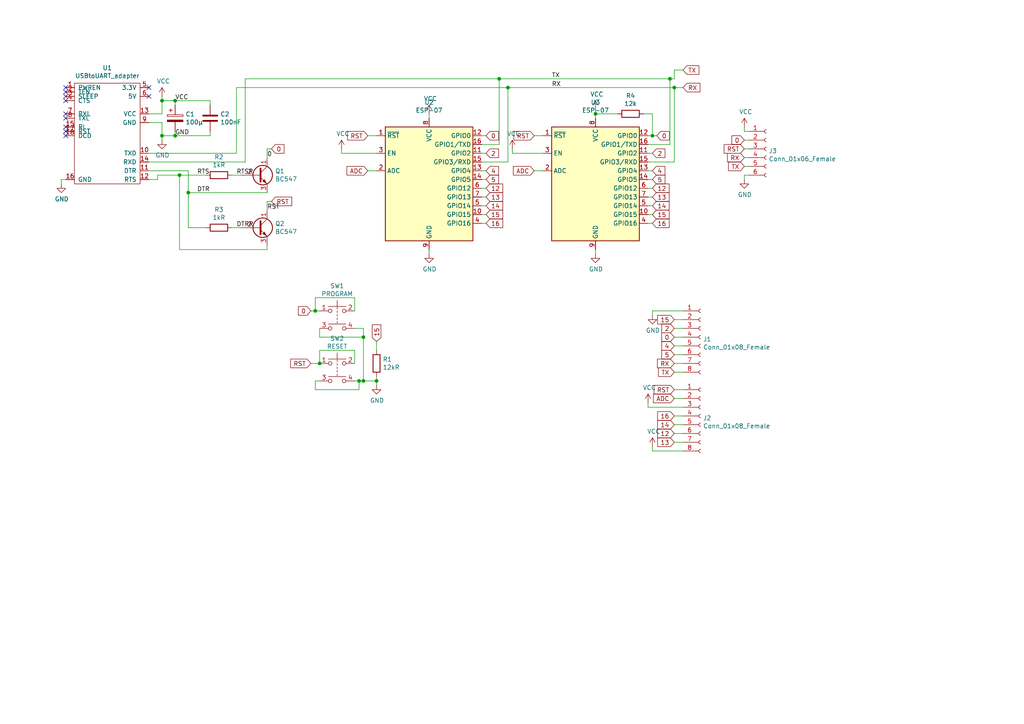
<source format=kicad_sch>
(kicad_sch (version 20211123) (generator eeschema)
  (paper "A4")
  (lib_symbols
    (symbol "Connector:Conn_01x06_Female" (pin_names (offset 1.016) hide)
      (property "Reference" "J" (at 0 7.62 0))
      (property "Value" "Conn_01x06_Female" (at 0 -10.16 0))
      (symbol "Conn_01x06_Female_1_1"
        (arc (start 0 -7.112) (mid -0.508 -7.62) (end 0 -8.128) (stroke (width 0.1524)))
        (arc (start 0 -4.572) (mid -0.508 -5.08) (end 0 -5.588) (stroke (width 0.1524)))
        (arc (start 0 -2.032) (mid -0.508 -2.54) (end 0 -3.048) (stroke (width 0.1524)))
        (polyline (pts (xy -1.27 -7.62) (xy -0.508 -7.62)) (stroke (width 0.1524)))
        (polyline (pts (xy -1.27 -5.08) (xy -0.508 -5.08)) (stroke (width 0.1524)))
        (polyline (pts (xy -1.27 -2.54) (xy -0.508 -2.54)) (stroke (width 0.1524)))
        (polyline (pts (xy -1.27 0) (xy -0.508 0)) (stroke (width 0.1524)))
        (polyline (pts (xy -1.27 2.54) (xy -0.508 2.54)) (stroke (width 0.1524)))
        (polyline (pts (xy -1.27 5.08) (xy -0.508 5.08)) (stroke (width 0.1524)))
        (arc (start 0 0.508) (mid -0.508 0) (end 0 -0.508) (stroke (width 0.1524)))
        (arc (start 0 3.048) (mid -0.508 2.54) (end 0 2.032) (stroke (width 0.1524)))
        (arc (start 0 5.588) (mid -0.508 5.08) (end 0 4.572) (stroke (width 0.1524)))
        (pin passive line (at -5.08 5.08 0) (length 3.81) (name "Pin_1") (number "1"))
        (pin passive line (at -5.08 2.54 0) (length 3.81) (name "Pin_2") (number "2"))
        (pin passive line (at -5.08 0 0) (length 3.81) (name "Pin_3") (number "3"))
        (pin passive line (at -5.08 -2.54 0) (length 3.81) (name "Pin_4") (number "4"))
        (pin passive line (at -5.08 -5.08 0) (length 3.81) (name "Pin_5") (number "5"))
        (pin passive line (at -5.08 -7.62 0) (length 3.81) (name "Pin_6") (number "6"))
      )
    )
    (symbol "Connector:Conn_01x08_Female" (pin_names (offset 1.016) hide)
      (property "Reference" "J" (at 0 10.16 0))
      (property "Value" "Conn_01x08_Female" (at 0 -12.7 0))
      (symbol "Conn_01x08_Female_1_1"
        (arc (start 0 -9.652) (mid -0.508 -10.16) (end 0 -10.668) (stroke (width 0.1524)))
        (arc (start 0 -7.112) (mid -0.508 -7.62) (end 0 -8.128) (stroke (width 0.1524)))
        (arc (start 0 -4.572) (mid -0.508 -5.08) (end 0 -5.588) (stroke (width 0.1524)))
        (arc (start 0 -2.032) (mid -0.508 -2.54) (end 0 -3.048) (stroke (width 0.1524)))
        (polyline (pts (xy -1.27 -10.16) (xy -0.508 -10.16)) (stroke (width 0.1524)))
        (polyline (pts (xy -1.27 -7.62) (xy -0.508 -7.62)) (stroke (width 0.1524)))
        (polyline (pts (xy -1.27 -5.08) (xy -0.508 -5.08)) (stroke (width 0.1524)))
        (polyline (pts (xy -1.27 -2.54) (xy -0.508 -2.54)) (stroke (width 0.1524)))
        (polyline (pts (xy -1.27 0) (xy -0.508 0)) (stroke (width 0.1524)))
        (polyline (pts (xy -1.27 2.54) (xy -0.508 2.54)) (stroke (width 0.1524)))
        (polyline (pts (xy -1.27 5.08) (xy -0.508 5.08)) (stroke (width 0.1524)))
        (polyline (pts (xy -1.27 7.62) (xy -0.508 7.62)) (stroke (width 0.1524)))
        (arc (start 0 0.508) (mid -0.508 0) (end 0 -0.508) (stroke (width 0.1524)))
        (arc (start 0 3.048) (mid -0.508 2.54) (end 0 2.032) (stroke (width 0.1524)))
        (arc (start 0 5.588) (mid -0.508 5.08) (end 0 4.572) (stroke (width 0.1524)))
        (arc (start 0 8.128) (mid -0.508 7.62) (end 0 7.112) (stroke (width 0.1524)))
        (pin passive line (at -5.08 7.62 0) (length 3.81) (name "Pin_1") (number "1"))
        (pin passive line (at -5.08 5.08 0) (length 3.81) (name "Pin_2") (number "2"))
        (pin passive line (at -5.08 2.54 0) (length 3.81) (name "Pin_3") (number "3"))
        (pin passive line (at -5.08 0 0) (length 3.81) (name "Pin_4") (number "4"))
        (pin passive line (at -5.08 -2.54 0) (length 3.81) (name "Pin_5") (number "5"))
        (pin passive line (at -5.08 -5.08 0) (length 3.81) (name "Pin_6") (number "6"))
        (pin passive line (at -5.08 -7.62 0) (length 3.81) (name "Pin_7") (number "7"))
        (pin passive line (at -5.08 -10.16 0) (length 3.81) (name "Pin_8") (number "8"))
      )
    )
    (symbol "Device:C" (pin_numbers hide) (pin_names (offset 0.254))
      (property "Reference" "C" (at 0.635 2.54 0))
      (property "Value" "C" (at 0.635 -2.54 0))
      (symbol "C_0_1"
        (polyline (pts (xy -2.032 -0.762) (xy 2.032 -0.762)) (stroke (width 0.508)))
        (polyline (pts (xy -2.032 0.762) (xy 2.032 0.762)) (stroke (width 0.508)))
      )
      (symbol "C_1_1"
        (pin passive line (at 0 3.81 270) (length 2.794) (name "~") (number "1"))
        (pin passive line (at 0 -3.81 90) (length 2.794) (name "~") (number "2"))
      )
    )
    (symbol "Device:R" (pin_numbers hide) (pin_names (offset 0))
      (property "Reference" "R" (at 2.032 0 90))
      (property "Value" "R" (at 0 0 90))
      (symbol "R_0_1"
        (rectangle (start -1.016 -2.54) (end 1.016 2.54) (stroke (width 0.254)))
      )
      (symbol "R_1_1"
        (pin passive line (at 0 3.81 270) (length 1.27) (name "~") (number "1"))
        (pin passive line (at 0 -3.81 90) (length 1.27) (name "~") (number "2"))
      )
    )
    (symbol "RF_Module:ESP-07"
      (property "Reference" "U" (at -12.7 19.05 0))
      (property "Value" "ESP-07" (at 12.7 19.05 0))
      (symbol "ESP-07_0_1"
        (rectangle (start -12.7 17.78) (end 12.7 -15.24) (stroke (width 0.254)) (fill (type background)))
      )
      (symbol "ESP-07_1_1"
        (pin input line (at -15.24 15.24 0) (length 2.54) (name "~{RST}") (number "1"))
        (pin bidirectional line (at 15.24 -7.62 180) (length 2.54) (name "GPIO15") (number "10"))
        (pin bidirectional line (at 15.24 10.16 180) (length 2.54) (name "GPIO2") (number "11"))
        (pin bidirectional line (at 15.24 15.24 180) (length 2.54) (name "GPIO0") (number "12"))
        (pin bidirectional line (at 15.24 5.08 180) (length 2.54) (name "GPIO4") (number "13"))
        (pin bidirectional line (at 15.24 2.54 180) (length 2.54) (name "GPIO5") (number "14"))
        (pin bidirectional line (at 15.24 7.62 180) (length 2.54) (name "GPIO3/RXD") (number "15"))
        (pin bidirectional line (at 15.24 12.7 180) (length 2.54) (name "GPIO1/TXD") (number "16"))
        (pin input line (at -15.24 5.08 0) (length 2.54) (name "ADC") (number "2"))
        (pin input line (at -15.24 10.16 0) (length 2.54) (name "EN") (number "3"))
        (pin bidirectional line (at 15.24 -10.16 180) (length 2.54) (name "GPIO16") (number "4"))
        (pin bidirectional line (at 15.24 -5.08 180) (length 2.54) (name "GPIO14") (number "5"))
        (pin bidirectional line (at 15.24 0 180) (length 2.54) (name "GPIO12") (number "6"))
        (pin bidirectional line (at 15.24 -2.54 180) (length 2.54) (name "GPIO13") (number "7"))
        (pin power_in line (at 0 20.32 270) (length 2.54) (name "VCC") (number "8"))
        (pin power_in line (at 0 -17.78 90) (length 2.54) (name "GND") (number "9"))
      )
    )
    (symbol "Switch:SW_Push_Dual" (pin_names (offset 1.016) hide)
      (property "Reference" "SW" (at 1.27 2.54 0))
      (property "Value" "SW_Push_Dual" (at 0 -6.858 0))
      (symbol "SW_Push_Dual_0_1"
        (circle (center -2.032 -5.08) (radius 0.508))
        (circle (center -2.032 0) (radius 0.508))
        (polyline (pts (xy 0 -3.048) (xy 0 -3.556)))
        (polyline (pts (xy 0 -2.032) (xy 0 -2.54)))
        (polyline (pts (xy 0 -1.524) (xy 0 -1.016)))
        (polyline (pts (xy 0 -0.508) (xy 0 0)))
        (polyline (pts (xy 0 0.508) (xy 0 1.016)))
        (polyline (pts (xy 0 1.27) (xy 0 3.048)))
        (polyline (pts (xy 2.54 -3.81) (xy -2.54 -3.81)))
        (polyline (pts (xy 2.54 1.27) (xy -2.54 1.27)))
        (circle (center 2.032 -5.08) (radius 0.508))
        (circle (center 2.032 0) (radius 0.508))
        (pin passive line (at -5.08 0 0) (length 2.54) (name "1") (number "1"))
        (pin passive line (at 5.08 0 180) (length 2.54) (name "2") (number "2"))
        (pin passive line (at -5.08 -5.08 0) (length 2.54) (name "3") (number "3"))
        (pin passive line (at 5.08 -5.08 180) (length 2.54) (name "4") (number "4"))
      )
    )
    (symbol "Transistor_BJT:BC547" (pin_names (offset 0) hide)
      (property "Reference" "Q" (at 5.08 1.905 0))
      (property "Value" "BC547" (at 5.08 0 0))
      (symbol "BC547_0_1"
        (polyline (pts (xy 0 0) (xy 0.635 0)))
        (polyline (pts (xy 0.635 0.635) (xy 2.54 2.54)))
        (polyline (pts (xy 0.635 -0.635) (xy 2.54 -2.54) (xy 2.54 -2.54)))
        (polyline (pts (xy 0.635 1.905) (xy 0.635 -1.905) (xy 0.635 -1.905)) (stroke (width 0.508)))
        (polyline (pts (xy 1.27 -1.778) (xy 1.778 -1.27) (xy 2.286 -2.286) (xy 1.27 -1.778) (xy 1.27 -1.778)) (fill (type outline)))
        (circle (center 1.27 0) (radius 2.8194) (stroke (width 0.254)))
      )
      (symbol "BC547_1_1"
        (pin passive line (at 2.54 5.08 270) (length 2.54) (name "C") (number "1"))
        (pin input line (at -5.08 0 0) (length 5.08) (name "B") (number "2"))
        (pin passive line (at 2.54 -5.08 90) (length 2.54) (name "E") (number "3"))
      )
    )
    (symbol "UARTtoESP-rescue:CP-Device" (pin_numbers hide) (pin_names (offset 0.254))
      (property "Reference" "C" (at 0.635 2.54 0))
      (property "Value" "CP-Device" (at 0.635 -2.54 0))
      (symbol "CP-Device_0_1"
        (rectangle (start -2.286 0.508) (end 2.286 1.016))
        (polyline (pts (xy -1.778 2.286) (xy -0.762 2.286)))
        (polyline (pts (xy -1.27 2.794) (xy -1.27 1.778)))
        (rectangle (start 2.286 -0.508) (end -2.286 -1.016) (fill (type outline)))
      )
      (symbol "CP-Device_1_1"
        (pin passive line (at 0 3.81 270) (length 2.794) (name "~") (number "1"))
        (pin passive line (at 0 -3.81 90) (length 2.794) (name "~") (number "2"))
      )
    )
    (symbol "UARTtoESP-rescue:USBtoUART_adapter-USBtoUART_USBtoTTL_FT232RL" (pin_names (offset 1.016))
      (property "Reference" "U" (at -8.89 15.24 0))
      (property "Value" "USBtoUART_adapter-USBtoUART_USBtoTTL_FT232RL" (at 0 -3.81 90))
      (symbol "USBtoUART_adapter-USBtoUART_USBtoTTL_FT232RL_0_1"
        (rectangle (start -8.89 13.97) (end 10.16 -15.24))
      )
      (symbol "USBtoUART_adapter-USBtoUART_USBtoTTL_FT232RL_1_1"
        (pin bidirectional line (at -11.43 12.7 0) (length 2.54) (name "PWREN") (number "1"))
        (pin output line (at 12.7 -6.35 180) (length 2.54) (name "TXD") (number "10"))
        (pin output line (at 12.7 -11.43 180) (length 2.54) (name "DTR") (number "11"))
        (pin output line (at 12.7 -13.97 180) (length 2.54) (name "RTS") (number "12"))
        (pin power_out line (at 12.7 5.08 180) (length 2.54) (name "VCC") (number "13"))
        (pin input line (at 12.7 -8.89 180) (length 2.54) (name "RXD") (number "14"))
        (pin bidirectional line (at -11.43 1.27 0) (length 2.54) (name "RI") (number "15"))
        (pin power_out line (at -11.43 -13.97 0) (length 2.54) (name "GND") (number "16"))
        (pin bidirectional line (at -11.43 0 0) (length 2.54) (name "RST") (number "17"))
        (pin bidirectional line (at -11.43 -1.27 0) (length 2.54) (name "DCD") (number "18"))
        (pin bidirectional line (at -11.43 11.43 0) (length 2.54) (name "TEN") (number "2"))
        (pin bidirectional line (at -11.43 10.16 0) (length 2.54) (name "SLEEP") (number "3"))
        (pin bidirectional line (at -11.43 8.89 0) (length 2.54) (name "CTS") (number "4"))
        (pin power_out line (at 12.7 12.7 180) (length 2.54) (name "3.3V") (number "5"))
        (pin power_out line (at 12.7 10.16 180) (length 2.54) (name "5V") (number "6"))
        (pin input line (at -11.43 5.08 0) (length 2.54) (name "RXL") (number "7"))
        (pin output line (at -11.43 3.81 0) (length 2.54) (name "TXL") (number "8"))
        (pin power_out line (at 12.7 2.54 180) (length 2.54) (name "GND") (number "9"))
      )
    )
    (symbol "power:GND" (power) (pin_names (offset 0))
      (property "Value" "GND" (at 0 -3.81 0))
      (symbol "GND_0_1"
        (polyline (pts (xy 0 0) (xy 0 -1.27) (xy 1.27 -1.27) (xy 0 -2.54) (xy -1.27 -1.27) (xy 0 -1.27)))
      )
      (symbol "GND_1_1"
        (pin power_in line (at 0 0 270) (length 0) hide (name "GND") (number "1"))
      )
    )
    (symbol "power:VCC" (power) (pin_names (offset 0))
      (property "Value" "VCC" (at 0 3.81 0))
      (symbol "VCC_0_1"
        (polyline (pts (xy -0.762 1.27) (xy 0 2.54)))
        (polyline (pts (xy 0 0) (xy 0 2.54)))
        (polyline (pts (xy 0 2.54) (xy 0.762 1.27)))
      )
      (symbol "VCC_1_1"
        (pin power_in line (at 0 0 90) (length 0) hide (name "VCC") (number "1"))
      )
    )
  )
  (junction (at 92.71 105.41))
  (junction (at 109.22 110.49))
  (junction (at 50.8 29.21))
  (junction (at 91.44 90.17))
  (junction (at 105.41 110.49))
  (junction (at 46.99 39.37))
  (junction (at 144.78 22.86))
  (junction (at 189.23 39.37))
  (junction (at 172.72 33.02))
  (junction (at 54.61 55.88))
  (junction (at 50.8 39.37))
  (junction (at 104.14 110.49))
  (junction (at 195.58 25.4))
  (junction (at 147.32 25.4))
  (junction (at 52.07 50.8))
  (junction (at 194.31 22.86))
  (junction (at 46.99 29.21))
  (junction (at 105.41 97.79))
  (no_connect (at 43.18 25.4))
  (no_connect (at 43.18 27.94))
  (no_connect (at 19.05 33.02))
  (no_connect (at 19.05 26.67))
  (no_connect (at 19.05 27.94))
  (no_connect (at 19.05 34.29))
  (no_connect (at 19.05 39.37))
  (no_connect (at 19.05 29.21))
  (no_connect (at 19.05 38.1))
  (no_connect (at 19.05 36.83))
  (no_connect (at 19.05 25.4))
  (wire (pts (xy 92.71 97.79) (xy 105.41 97.79)))
  (wire (pts (xy 46.99 29.21) (xy 46.99 33.02)))
  (wire (pts (xy 195.58 25.4) (xy 195.58 46.99)))
  (wire (pts (xy 139.7 46.99) (xy 147.32 46.99)))
  (wire (pts (xy 139.7 54.61) (xy 140.97 54.61)))
  (wire (pts (xy 46.99 27.94) (xy 46.99 29.21)))
  (wire (pts (xy 139.7 39.37) (xy 140.97 39.37)))
  (wire (pts (xy 43.18 44.45) (xy 68.58 44.45)))
  (wire (pts (xy 215.9 45.72) (xy 217.17 45.72)))
  (wire (pts (xy 215.9 50.8) (xy 215.9 52.07)))
  (wire (pts (xy 139.7 44.45) (xy 140.97 44.45)))
  (wire (pts (xy 50.8 29.21) (xy 60.96 29.21)))
  (wire (pts (xy 139.7 49.53) (xy 140.97 49.53)))
  (wire (pts (xy 187.96 62.23) (xy 189.23 62.23)))
  (wire (pts (xy 43.18 46.99) (xy 71.12 46.99)))
  (wire (pts (xy 139.7 52.07) (xy 140.97 52.07)))
  (wire (pts (xy 195.58 120.65) (xy 198.12 120.65)))
  (wire (pts (xy 91.44 110.49) (xy 92.71 110.49)))
  (wire (pts (xy 189.23 33.02) (xy 189.23 39.37)))
  (wire (pts (xy 52.07 50.8) (xy 52.07 72.39)))
  (wire (pts (xy 172.72 31.75) (xy 172.72 33.02)))
  (wire (pts (xy 43.18 35.56) (xy 46.99 35.56)))
  (wire (pts (xy 59.69 50.8) (xy 52.07 50.8)))
  (wire (pts (xy 102.87 105.41) (xy 102.87 101.6)))
  (wire (pts (xy 187.96 39.37) (xy 189.23 39.37)))
  (wire (pts (xy 124.46 34.29) (xy 124.46 33.02)))
  (wire (pts (xy 52.07 72.39) (xy 77.47 72.39)))
  (wire (pts (xy 215.9 43.18) (xy 217.17 43.18)))
  (wire (pts (xy 67.31 50.8) (xy 69.85 50.8)))
  (wire (pts (xy 104.14 110.49) (xy 104.14 113.03)))
  (wire (pts (xy 52.07 50.8) (xy 45.72 50.8)))
  (wire (pts (xy 195.58 95.25) (xy 198.12 95.25)))
  (wire (pts (xy 109.22 99.06) (xy 109.22 101.6)))
  (wire (pts (xy 104.14 110.49) (xy 105.41 110.49)))
  (wire (pts (xy 154.94 39.37) (xy 157.48 39.37)))
  (wire (pts (xy 147.32 25.4) (xy 195.58 25.4)))
  (wire (pts (xy 105.41 95.25) (xy 105.41 97.79)))
  (wire (pts (xy 189.23 90.17) (xy 198.12 90.17)))
  (wire (pts (xy 60.96 38.1) (xy 60.96 39.37)))
  (wire (pts (xy 198.12 20.32) (xy 195.58 20.32)))
  (wire (pts (xy 77.47 43.18) (xy 78.74 43.18)))
  (wire (pts (xy 45.72 52.07) (xy 43.18 52.07)))
  (wire (pts (xy 109.22 109.22) (xy 109.22 110.49)))
  (wire (pts (xy 187.96 64.77) (xy 189.23 64.77)))
  (wire (pts (xy 147.32 46.99) (xy 147.32 25.4)))
  (wire (pts (xy 179.07 33.02) (xy 172.72 33.02)))
  (wire (pts (xy 144.78 41.91) (xy 139.7 41.91)))
  (wire (pts (xy 46.99 29.21) (xy 50.8 29.21)))
  (wire (pts (xy 195.58 125.73) (xy 198.12 125.73)))
  (wire (pts (xy 54.61 55.88) (xy 54.61 66.04)))
  (wire (pts (xy 187.96 59.69) (xy 189.23 59.69)))
  (wire (pts (xy 45.72 50.8) (xy 45.72 52.07)))
  (wire (pts (xy 215.9 38.1) (xy 217.17 38.1)))
  (wire (pts (xy 106.68 49.53) (xy 109.22 49.53)))
  (wire (pts (xy 139.7 62.23) (xy 140.97 62.23)))
  (wire (pts (xy 187.96 41.91) (xy 194.31 41.91)))
  (wire (pts (xy 77.47 43.18) (xy 77.47 45.72)))
  (wire (pts (xy 92.71 101.6) (xy 92.71 105.41)))
  (wire (pts (xy 195.58 105.41) (xy 198.12 105.41)))
  (wire (pts (xy 104.14 113.03) (xy 91.44 113.03)))
  (wire (pts (xy 102.87 110.49) (xy 104.14 110.49)))
  (wire (pts (xy 195.58 113.03) (xy 198.12 113.03)))
  (wire (pts (xy 105.41 110.49) (xy 109.22 110.49)))
  (wire (pts (xy 217.17 50.8) (xy 215.9 50.8)))
  (wire (pts (xy 102.87 101.6) (xy 92.71 101.6)))
  (wire (pts (xy 187.96 57.15) (xy 189.23 57.15)))
  (wire (pts (xy 68.58 25.4) (xy 68.58 44.45)))
  (wire (pts (xy 154.94 49.53) (xy 157.48 49.53)))
  (wire (pts (xy 148.59 44.45) (xy 148.59 43.18)))
  (wire (pts (xy 195.58 123.19) (xy 198.12 123.19)))
  (wire (pts (xy 54.61 49.53) (xy 43.18 49.53)))
  (wire (pts (xy 139.7 64.77) (xy 140.97 64.77)))
  (wire (pts (xy 109.22 110.49) (xy 109.22 111.76)))
  (wire (pts (xy 99.06 44.45) (xy 109.22 44.45)))
  (wire (pts (xy 147.32 25.4) (xy 68.58 25.4)))
  (wire (pts (xy 187.96 46.99) (xy 195.58 46.99)))
  (wire (pts (xy 187.96 52.07) (xy 189.23 52.07)))
  (wire (pts (xy 17.78 52.07) (xy 17.78 53.34)))
  (wire (pts (xy 77.47 55.88) (xy 54.61 55.88)))
  (wire (pts (xy 195.58 115.57) (xy 198.12 115.57)))
  (wire (pts (xy 187.96 49.53) (xy 189.23 49.53)))
  (wire (pts (xy 198.12 100.33) (xy 195.58 100.33)))
  (wire (pts (xy 91.44 113.03) (xy 91.44 110.49)))
  (wire (pts (xy 77.47 58.42) (xy 78.74 58.42)))
  (wire (pts (xy 46.99 39.37) (xy 46.99 40.64)))
  (wire (pts (xy 195.58 92.71) (xy 198.12 92.71)))
  (wire (pts (xy 195.58 25.4) (xy 198.12 25.4)))
  (wire (pts (xy 195.58 107.95) (xy 198.12 107.95)))
  (wire (pts (xy 46.99 39.37) (xy 46.99 35.56)))
  (wire (pts (xy 92.71 95.25) (xy 92.71 97.79)))
  (wire (pts (xy 17.78 52.07) (xy 19.05 52.07)))
  (wire (pts (xy 215.9 48.26) (xy 217.17 48.26)))
  (wire (pts (xy 144.78 22.86) (xy 71.12 22.86)))
  (wire (pts (xy 106.68 39.37) (xy 109.22 39.37)))
  (wire (pts (xy 105.41 95.25) (xy 102.87 95.25)))
  (wire (pts (xy 77.47 72.39) (xy 77.47 71.12)))
  (wire (pts (xy 77.47 58.42) (xy 77.47 60.96)))
  (wire (pts (xy 60.96 29.21) (xy 60.96 30.48)))
  (wire (pts (xy 91.44 90.17) (xy 92.71 90.17)))
  (wire (pts (xy 189.23 90.17) (xy 189.23 91.44)))
  (wire (pts (xy 186.69 33.02) (xy 189.23 33.02)))
  (wire (pts (xy 50.8 39.37) (xy 60.96 39.37)))
  (wire (pts (xy 187.96 44.45) (xy 189.23 44.45)))
  (wire (pts (xy 194.31 22.86) (xy 194.31 41.91)))
  (wire (pts (xy 189.23 130.81) (xy 189.23 129.54)))
  (wire (pts (xy 187.96 118.11) (xy 187.96 116.84)))
  (wire (pts (xy 139.7 57.15) (xy 140.97 57.15)))
  (wire (pts (xy 50.8 30.48) (xy 50.8 29.21)))
  (wire (pts (xy 189.23 39.37) (xy 190.5 39.37)))
  (wire (pts (xy 195.58 97.79) (xy 198.12 97.79)))
  (wire (pts (xy 50.8 39.37) (xy 46.99 39.37)))
  (wire (pts (xy 187.96 118.11) (xy 198.12 118.11)))
  (wire (pts (xy 172.72 33.02) (xy 172.72 34.29)))
  (wire (pts (xy 139.7 59.69) (xy 140.97 59.69)))
  (wire (pts (xy 90.17 90.17) (xy 91.44 90.17)))
  (wire (pts (xy 195.58 102.87) (xy 198.12 102.87)))
  (wire (pts (xy 144.78 22.86) (xy 144.78 41.91)))
  (wire (pts (xy 215.9 38.1) (xy 215.9 36.83)))
  (wire (pts (xy 195.58 128.27) (xy 198.12 128.27)))
  (wire (pts (xy 67.31 66.04) (xy 69.85 66.04)))
  (wire (pts (xy 54.61 55.88) (xy 54.61 49.53)))
  (wire (pts (xy 189.23 130.81) (xy 198.12 130.81)))
  (wire (pts (xy 71.12 22.86) (xy 71.12 46.99)))
  (wire (pts (xy 144.78 22.86) (xy 194.31 22.86)))
  (wire (pts (xy 172.72 72.39) (xy 172.72 73.66)))
  (wire (pts (xy 187.96 54.61) (xy 189.23 54.61)))
  (wire (pts (xy 194.31 22.86) (xy 195.58 22.86)))
  (wire (pts (xy 105.41 97.79) (xy 105.41 110.49)))
  (wire (pts (xy 43.18 33.02) (xy 46.99 33.02)))
  (wire (pts (xy 90.17 105.41) (xy 92.71 105.41)))
  (wire (pts (xy 91.44 86.36) (xy 102.87 86.36)))
  (wire (pts (xy 102.87 86.36) (xy 102.87 90.17)))
  (wire (pts (xy 124.46 72.39) (xy 124.46 73.66)))
  (wire (pts (xy 91.44 90.17) (xy 91.44 86.36)))
  (wire (pts (xy 50.8 38.1) (xy 50.8 39.37)))
  (wire (pts (xy 195.58 20.32) (xy 195.58 22.86)))
  (wire (pts (xy 99.06 44.45) (xy 99.06 43.18)))
  (wire (pts (xy 148.59 44.45) (xy 157.48 44.45)))
  (wire (pts (xy 54.61 66.04) (xy 59.69 66.04)))
  (wire (pts (xy 215.9 40.64) (xy 217.17 40.64)))
  (label "RTSR" (at 68.58 50.8 0))
  (label "RX" (at 160.02 25.4 0))
  (label "VCC" (at 50.8 29.21 0))
  (label "RTS" (at 57.15 50.8 0))
  (label "DTRR" (at 68.58 66.04 0))
  (label "RST" (at 77.47 60.96 0))
  (label "TX" (at 160.02 22.86 0))
  (label "GND" (at 50.8 39.37 0))
  (label "DTR" (at 57.15 55.88 0))
  (label "0" (at 77.47 45.72 0))
  (global_label "0" (shape input) (at 215.9 40.64 180) (property "Intersheet References" "${INTERSHEET_REFS}" (effects hide)))
  (global_label "RST" (shape input) (at 215.9 43.18 180) (property "Intersheet References" "${INTERSHEET_REFS}" (effects hide)))
  (global_label "2" (shape input) (at 195.58 95.25 180) (property "Intersheet References" "${INTERSHEET_REFS}" (effects hide)))
  (global_label "RX" (shape input) (at 198.12 25.4 0) (property "Intersheet References" "${INTERSHEET_REFS}" (effects hide)))
  (global_label "12" (shape input) (at 189.23 54.61 0) (property "Intersheet References" "${INTERSHEET_REFS}" (effects hide)))
  (global_label "12" (shape input) (at 195.58 125.73 180) (property "Intersheet References" "${INTERSHEET_REFS}" (effects hide)))
  (global_label "14" (shape input) (at 189.23 59.69 0) (property "Intersheet References" "${INTERSHEET_REFS}" (effects hide)))
  (global_label "2" (shape input) (at 140.97 44.45 0) (property "Intersheet References" "${INTERSHEET_REFS}" (effects hide)))
  (global_label "RST" (shape input) (at 106.68 39.37 180) (property "Intersheet References" "${INTERSHEET_REFS}" (effects hide)))
  (global_label "15" (shape input) (at 189.23 62.23 0) (property "Intersheet References" "${INTERSHEET_REFS}" (effects hide)))
  (global_label "RST" (shape input) (at 90.17 105.41 180) (property "Intersheet References" "${INTERSHEET_REFS}" (effects hide)))
  (global_label "RST" (shape input) (at 78.74 58.42 0) (property "Intersheet References" "${INTERSHEET_REFS}" (effects hide)))
  (global_label "15" (shape input) (at 140.97 62.23 0) (property "Intersheet References" "${INTERSHEET_REFS}" (effects hide)))
  (global_label "16" (shape input) (at 140.97 64.77 0) (property "Intersheet References" "${INTERSHEET_REFS}" (effects hide)))
  (global_label "15" (shape input) (at 195.58 92.71 180) (property "Intersheet References" "${INTERSHEET_REFS}" (effects hide)))
  (global_label "16" (shape input) (at 195.58 120.65 180) (property "Intersheet References" "${INTERSHEET_REFS}" (effects hide)))
  (global_label "13" (shape input) (at 140.97 57.15 0) (property "Intersheet References" "${INTERSHEET_REFS}" (effects hide)))
  (global_label "16" (shape input) (at 189.23 64.77 0) (property "Intersheet References" "${INTERSHEET_REFS}" (effects hide)))
  (global_label "5" (shape input) (at 189.23 52.07 0) (property "Intersheet References" "${INTERSHEET_REFS}" (effects hide)))
  (global_label "0" (shape input) (at 190.5 39.37 0) (property "Intersheet References" "${INTERSHEET_REFS}" (effects hide)))
  (global_label "4" (shape input) (at 189.23 49.53 0) (property "Intersheet References" "${INTERSHEET_REFS}" (effects hide)))
  (global_label "TX" (shape input) (at 215.9 48.26 180) (property "Intersheet References" "${INTERSHEET_REFS}" (effects hide)))
  (global_label "15" (shape input) (at 109.22 99.06 90) (property "Intersheet References" "${INTERSHEET_REFS}" (effects hide)))
  (global_label "13" (shape input) (at 195.58 128.27 180) (property "Intersheet References" "${INTERSHEET_REFS}" (effects hide)))
  (global_label "TX" (shape input) (at 195.58 107.95 180) (property "Intersheet References" "${INTERSHEET_REFS}" (effects hide)))
  (global_label "ADC" (shape input) (at 195.58 115.57 180) (property "Intersheet References" "${INTERSHEET_REFS}" (effects hide)))
  (global_label "4" (shape input) (at 195.58 100.33 180) (property "Intersheet References" "${INTERSHEET_REFS}" (effects hide)))
  (global_label "0" (shape input) (at 195.58 97.79 180) (property "Intersheet References" "${INTERSHEET_REFS}" (effects hide)))
  (global_label "RST" (shape input) (at 154.94 39.37 180) (property "Intersheet References" "${INTERSHEET_REFS}" (effects hide)))
  (global_label "13" (shape input) (at 189.23 57.15 0) (property "Intersheet References" "${INTERSHEET_REFS}" (effects hide)))
  (global_label "12" (shape input) (at 140.97 54.61 0) (property "Intersheet References" "${INTERSHEET_REFS}" (effects hide)))
  (global_label "0" (shape input) (at 78.74 43.18 0) (property "Intersheet References" "${INTERSHEET_REFS}" (effects hide)))
  (global_label "ADC" (shape input) (at 106.68 49.53 180) (property "Intersheet References" "${INTERSHEET_REFS}" (effects hide)))
  (global_label "2" (shape input) (at 189.23 44.45 0) (property "Intersheet References" "${INTERSHEET_REFS}" (effects hide)))
  (global_label "5" (shape input) (at 140.97 52.07 0) (property "Intersheet References" "${INTERSHEET_REFS}" (effects hide)))
  (global_label "RST" (shape input) (at 195.58 113.03 180) (property "Intersheet References" "${INTERSHEET_REFS}" (effects hide)))
  (global_label "4" (shape input) (at 140.97 49.53 0) (property "Intersheet References" "${INTERSHEET_REFS}" (effects hide)))
  (global_label "0" (shape input) (at 90.17 90.17 180) (property "Intersheet References" "${INTERSHEET_REFS}" (effects hide)))
  (global_label "RX" (shape input) (at 195.58 105.41 180) (property "Intersheet References" "${INTERSHEET_REFS}" (effects hide)))
  (global_label "ADC" (shape input) (at 154.94 49.53 180) (property "Intersheet References" "${INTERSHEET_REFS}" (effects hide)))
  (global_label "TX" (shape input) (at 198.12 20.32 0) (property "Intersheet References" "${INTERSHEET_REFS}" (effects hide)))
  (global_label "5" (shape input) (at 195.58 102.87 180) (property "Intersheet References" "${INTERSHEET_REFS}" (effects hide)))
  (global_label "RX" (shape input) (at 215.9 45.72 180) (property "Intersheet References" "${INTERSHEET_REFS}" (effects hide)))
  (global_label "14" (shape input) (at 140.97 59.69 0) (property "Intersheet References" "${INTERSHEET_REFS}" (effects hide)))
  (global_label "14" (shape input) (at 195.58 123.19 180) (property "Intersheet References" "${INTERSHEET_REFS}" (effects hide)))
  (global_label "0" (shape input) (at 140.97 39.37 0) (property "Intersheet References" "${INTERSHEET_REFS}" (effects hide)))
  (symbol (lib_id "RF_Module:ESP-07") (at 172.72 54.61 0) (unit 1)
    (property "Reference" "U3" (at 172.72 29.6926 0))
    (property "Value" "ESP-07" (at 172.72 32.004 0))
    (property "Footprint" "ESP8266:ESP-07_tht" (effects hide))
    (property "Datasheet" "http://wiki.ai-thinker.com/_media/esp8266/esp8266_series_modules_user_manual_v1.1.pdf" (effects hide))
  )
  (symbol (lib_id "RF_Module:ESP-07") (at 124.46 54.61 0) (unit 1)
    (property "Reference" "U2" (at 124.46 29.6926 0))
    (property "Value" "ESP-07" (at 124.46 32.004 0))
    (property "Footprint" "ESP8266:ESP-07_tht" (effects hide))
    (property "Datasheet" "http://wiki.ai-thinker.com/_media/esp8266/esp8266_series_modules_user_manual_v1.1.pdf" (effects hide))
  )
  (symbol (lib_id "UARTtoESP-rescue:USBtoUART_adapter-USBtoUART_USBtoTTL_FT232RL") (at 30.48 38.1 0) (unit 1)
    (property "Reference" "U1" (at 31.115 19.685 0))
    (property "Value" "USBtoUART_adapter" (at 31.115 21.9964 0))
    (property "Footprint" "USBtoUART_USBtoTTL_FT232RL:USBtoUART_USBtoTTL_FT232rl" (effects hide))
  )
  (symbol (lib_id "power:GND") (at 46.99 40.64 0) (unit 1)
    (property "Reference" "#PWR0101" (effects hide))
    (property "Value" "GND" (at 47.117 45.0342 0))
  )
  (symbol (lib_id "power:VCC") (at 46.99 27.94 0) (unit 1)
    (property "Reference" "#PWR0102" (effects hide))
    (property "Value" "VCC" (at 47.371 23.5458 0))
  )
  (symbol (lib_id "power:GND") (at 124.46 73.66 0) (unit 1)
    (property "Reference" "#PWR0103" (effects hide))
    (property "Value" "GND" (at 124.587 78.0542 0))
  )
  (symbol (lib_id "power:GND") (at 172.72 73.66 0) (unit 1)
    (property "Reference" "#PWR0104" (effects hide))
    (property "Value" "GND" (at 172.847 78.0542 0))
  )
  (symbol (lib_id "power:GND") (at 215.9 52.07 0) (unit 1)
    (property "Reference" "#PWR0105" (effects hide))
    (property "Value" "GND" (at 216.027 56.4642 0))
  )
  (symbol (lib_id "power:VCC") (at 124.46 33.02 0) (unit 1)
    (property "Reference" "#PWR0106" (effects hide))
    (property "Value" "VCC" (at 124.841 28.6258 0))
  )
  (symbol (lib_id "power:VCC") (at 172.72 31.75 0) (unit 1)
    (property "Reference" "#PWR0107" (effects hide))
    (property "Value" "VCC" (at 173.101 27.3558 0))
  )
  (symbol (lib_id "power:VCC") (at 215.9 36.83 0) (unit 1)
    (property "Reference" "#PWR0108" (effects hide))
    (property "Value" "VCC" (at 216.281 32.4358 0))
  )
  (symbol (lib_id "Connector:Conn_01x08_Female") (at 203.2 97.79 0) (unit 1)
    (property "Reference" "J1" (at 203.9112 98.3996 0) (effects (justify left)))
    (property "Value" "Conn_01x08_Female" (at 203.9112 100.711 0) (effects (justify left)))
    (property "Footprint" "Connector_PinHeader_2.54mm:PinHeader_1x08_P2.54mm_Vertical" (effects hide))
  )
  (symbol (lib_id "Connector:Conn_01x08_Female") (at 203.2 120.65 0) (unit 1)
    (property "Reference" "J2" (at 203.9112 121.2596 0) (effects (justify left)))
    (property "Value" "Conn_01x08_Female" (at 203.9112 123.571 0) (effects (justify left)))
    (property "Footprint" "Connector_PinHeader_2.54mm:PinHeader_1x08_P2.54mm_Vertical" (effects hide))
  )
  (symbol (lib_id "power:GND") (at 189.23 91.44 0) (unit 1)
    (property "Reference" "#PWR0109" (effects hide))
    (property "Value" "GND" (at 189.357 95.8342 0))
  )
  (symbol (lib_id "power:VCC") (at 189.23 129.54 0) (unit 1)
    (property "Reference" "#PWR0110" (effects hide))
    (property "Value" "VCC" (at 189.611 125.1458 0))
  )
  (symbol (lib_id "Device:C") (at 60.96 34.29 0) (unit 1)
    (property "Reference" "C2" (at 63.881 33.1216 0) (effects (justify left)))
    (property "Value" "100nF" (at 63.881 35.433 0) (effects (justify left)))
    (property "Footprint" "Capacitor_THT:C_Rect_L7.0mm_W2.0mm_P5.00mm" (effects hide))
  )
  (symbol (lib_id "Transistor_BJT:BC547") (at 74.93 50.8 0) (unit 1)
    (property "Reference" "Q1" (at 79.7814 49.6316 0) (effects (justify left)))
    (property "Value" "BC547" (at 79.7814 51.943 0) (effects (justify left)))
    (property "Footprint" "Package_TO_SOT_THT:TO-92_Inline" (effects hide))
    (property "Datasheet" "http://www.fairchildsemi.com/ds/BC/BC547.pdf" (effects hide))
  )
  (symbol (lib_id "Transistor_BJT:BC547") (at 74.93 66.04 0) (unit 1)
    (property "Reference" "Q2" (at 79.7814 64.8716 0) (effects (justify left)))
    (property "Value" "BC547" (at 79.7814 67.183 0) (effects (justify left)))
    (property "Footprint" "Package_TO_SOT_THT:TO-92_Inline" (effects hide))
    (property "Datasheet" "http://www.fairchildsemi.com/ds/BC/BC547.pdf" (effects hide))
  )
  (symbol (lib_id "power:VCC") (at 99.06 43.18 0) (unit 1)
    (property "Reference" "#PWR0111" (effects hide))
    (property "Value" "VCC" (at 99.441 38.7858 0))
  )
  (symbol (lib_id "power:GND") (at 109.22 111.76 0) (unit 1)
    (property "Reference" "#PWR0112" (effects hide))
    (property "Value" "GND" (at 109.347 116.1542 0))
  )
  (symbol (lib_id "Device:R") (at 109.22 105.41 0) (unit 1)
    (property "Reference" "R1" (at 110.998 104.2416 0) (effects (justify left)))
    (property "Value" "12kR" (at 110.998 106.553 0) (effects (justify left)))
    (property "Footprint" "Resistor_THT:R_Axial_DIN0207_L6.3mm_D2.5mm_P10.16mm_Horizontal" (effects hide))
  )
  (symbol (lib_id "Device:R") (at 63.5 50.8 270) (unit 1)
    (property "Reference" "R2" (at 63.5 45.5422 90))
    (property "Value" "1kR" (at 63.5 47.8536 90))
    (property "Footprint" "Resistor_THT:R_Axial_DIN0207_L6.3mm_D2.5mm_P10.16mm_Horizontal" (effects hide))
  )
  (symbol (lib_id "Device:R") (at 63.5 66.04 270) (unit 1)
    (property "Reference" "R3" (at 63.5 60.7822 90))
    (property "Value" "1kR" (at 63.5 63.0936 90))
    (property "Footprint" "Resistor_THT:R_Axial_DIN0207_L6.3mm_D2.5mm_P10.16mm_Horizontal" (effects hide))
  )
  (symbol (lib_id "power:VCC") (at 148.59 43.18 0) (unit 1)
    (property "Reference" "#PWR0114" (effects hide))
    (property "Value" "VCC" (at 148.971 38.7858 0))
  )
  (symbol (lib_id "Switch:SW_Push_Dual") (at 97.79 90.17 0) (unit 1)
    (property "Reference" "SW1" (at 97.79 82.931 0))
    (property "Value" "PROGRAM" (at 97.79 85.2424 0))
    (property "Footprint" "Button_Switch_THT:SW_TH_Tactile_Omron_B3F-10xx" (effects hide))
  )
  (symbol (lib_id "Switch:SW_Push_Dual") (at 97.79 105.41 0) (unit 1)
    (property "Reference" "SW2" (at 97.79 98.171 0))
    (property "Value" "RESET" (at 97.79 100.4824 0))
    (property "Footprint" "Button_Switch_THT:SW_TH_Tactile_Omron_B3F-10xx" (effects hide))
  )
  (symbol (lib_id "power:VCC") (at 187.96 116.84 0) (unit 1)
    (property "Reference" "#PWR0116" (effects hide))
    (property "Value" "VCC" (at 188.341 112.4458 0))
  )
  (symbol (lib_id "power:GND") (at 17.78 53.34 0) (unit 1)
    (property "Reference" "#PWR0113" (effects hide))
    (property "Value" "GND" (at 17.907 57.7342 0))
  )
  (symbol (lib_id "Device:R") (at 182.88 33.02 270) (unit 1)
    (property "Reference" "R4" (at 182.88 27.7622 90))
    (property "Value" "12k" (at 182.88 30.0736 90))
    (property "Footprint" "Resistor_THT:R_Axial_DIN0207_L6.3mm_D2.5mm_P10.16mm_Horizontal" (effects hide))
  )
  (symbol (lib_id "UARTtoESP-rescue:CP-Device") (at 50.8 34.29 0) (unit 1)
    (property "Reference" "C1" (at 53.7972 33.1216 0) (effects (justify left)))
    (property "Value" "100µ" (at 53.7972 35.433 0) (effects (justify left)))
    (property "Footprint" "Capacitor_THT:CP_Radial_D10.0mm_P5.00mm" (effects hide))
  )
  (symbol (lib_id "Connector:Conn_01x06_Female") (at 222.25 43.18 0) (unit 1)
    (property "Reference" "J3" (at 222.9612 43.7896 0) (effects (justify left)))
    (property "Value" "Conn_01x06_Female" (at 222.9612 46.101 0) (effects (justify left)))
    (property "Footprint" "Connector_PinHeader_2.54mm:PinHeader_1x06_P2.54mm_Vertical" (effects hide))
  )
)
</source>
